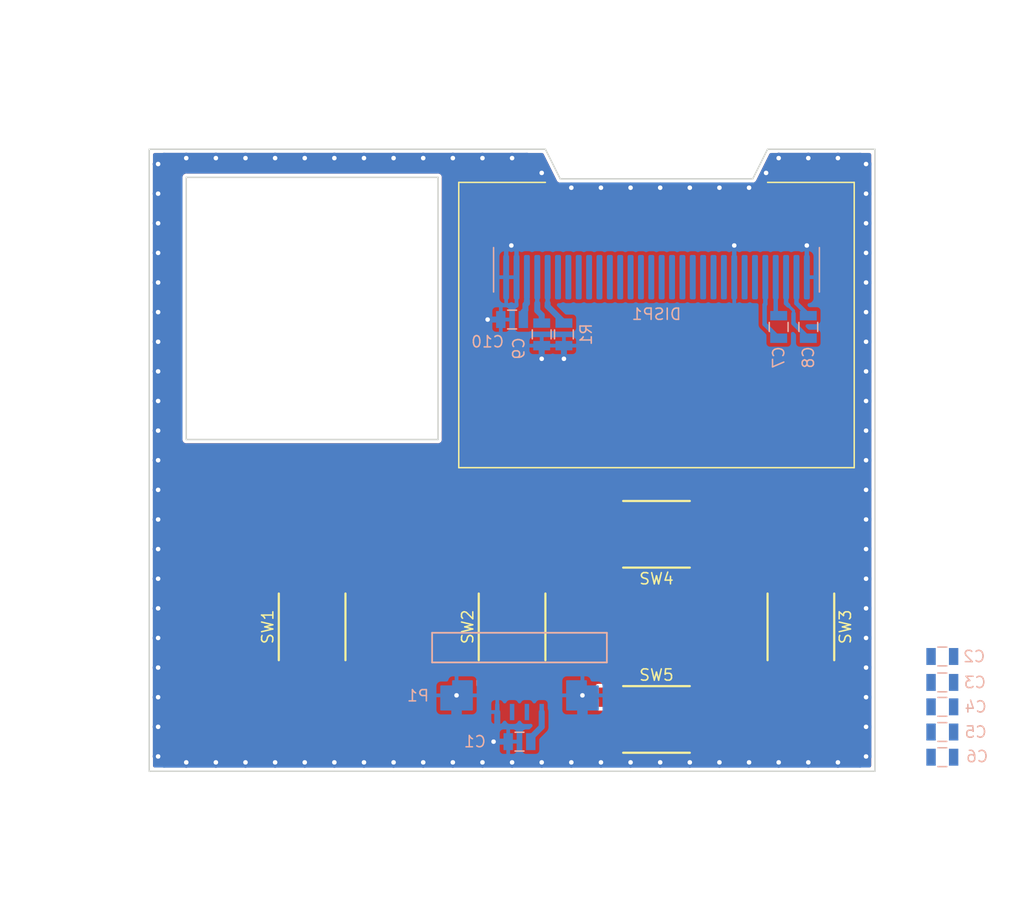
<source format=kicad_pcb>
(kicad_pcb (version 20211014) (generator pcbnew)
  (title_block (title "CowDIN button and display module for ESP32 (3B)") (date "2022-06-10") (rev "1") (company "Agilack") (comment 1 "License: CC-by-SA"))
  (layers (0 "F.Cu" signal) (31 "B.Cu" signal) (34 "B.Paste" user) (35 "F.Paste" user) (36 "B.SilkS" user "B.Silkscreen") (37 "F.SilkS" user "F.Silkscreen") (38 "B.Mask" user) (39 "F.Mask" user) (44 "Edge.Cuts" user))
  (net 0 "")
  (net 1 "+3.3V")
  (net 4 "Net-(C10-Pad1)")
  (net 5 "GND")
  (net 6 "SW1")
  (net 7 "SW2")
  (net 8 "SW3")
  (net 9 "SW4")
  (net 10 "SW5")
  (net 11 "Net-(C7-Pad1)")
  (net 12 "Net-(C7-Pad2)")
  (net 13 "Net-(C8-Pad1)")
  (net 14 "Net-(C8-Pad2)")
  (net 34 "Net-(C9-Pad1)")
  (net 35 "Net-(DISP1-Pad26)")
  (footprint "cowdin-3c-esp-ui:SW_TSC015xx" (layer "F.Cu") (at 158.25 110)
    (fp_text reference "SW4" (at 0 3) (layer "F.SilkS") (effects (font (size 0.762 0.762) (thickness 0.1016))))
    (fp_text value "SW_PUSH")
    (fp_line (start -2.25 -2.25) (end 2.25 -2.25) (layer "F.SilkS") (width 0.15))
    (fp_line (start 2.25 2.25) (end -2.25 2.25) (layer "F.SilkS") (width 0.15))
    (pad "1" smd rect locked (at -3.1 -1.5) (size 1.6 1.3) (layers "F.Cu" "F.Paste" "F.Mask") (net 5 "GND"))
    (pad "1" smd rect locked (at 3.1 -1.5) (size 1.6 1.3) (layers "F.Cu" "F.Paste" "F.Mask") (net 5 "GND"))
    (pad "2" smd rect locked (at -3.1 1.5) (size 1.6 1.3) (layers "F.Cu" "F.Paste" "F.Mask") (net 9 "SW4"))
    (pad "2" smd rect locked (at 3.1 1.5) (size 1.6 1.3) (layers "F.Cu" "F.Paste" "F.Mask") (net 9 "SW4"))
  )
  (footprint "cowdin-3c-esp-ui:SW_TSC015xx" (layer "F.Cu") (at 168 116.25 -90)
    (fp_text reference "SW3" (at 0 -3 90) (layer "F.SilkS") (effects (font (size 0.762 0.762) (thickness 0.1016))))
    (fp_text value "SW_PUSH")
    (fp_line (start 2.25 2.25) (end -2.25 2.25) (layer "F.SilkS") (width 0.15))
    (fp_line (start -2.25 -2.25) (end 2.25 -2.25) (layer "F.SilkS") (width 0.15))
    (pad "1" smd rect locked (at -3.1 -1.5 270) (size 1.6 1.3) (layers "F.Cu" "F.Paste" "F.Mask") (net 5 "GND"))
    (pad "1" smd rect locked (at 3.1 -1.5 270) (size 1.6 1.3) (layers "F.Cu" "F.Paste" "F.Mask") (net 5 "GND"))
    (pad "2" smd rect locked (at -3.1 1.5 270) (size 1.6 1.3) (layers "F.Cu" "F.Paste" "F.Mask") (net 8 "SW3"))
    (pad "2" smd rect locked (at 3.1 1.5 270) (size 1.6 1.3) (layers "F.Cu" "F.Paste" "F.Mask") (net 8 "SW3"))
  )
  (footprint "cowdin-3c-esp-ui:SW_TSC015xx" (layer "F.Cu") (at 135 116.25 90)
    (fp_text reference "SW1" (at 0 -3 90) (layer "F.SilkS") (effects (font (size 0.762 0.762) (thickness 0.1016))))
    (fp_text value "SW_PUSH")
    (fp_line (start 2.25 2.25) (end -2.25 2.25) (layer "F.SilkS") (width 0.15))
    (fp_line (start -2.25 -2.25) (end 2.25 -2.25) (layer "F.SilkS") (width 0.15))
    (pad "1" smd rect locked (at -3.1 -1.5 90) (size 1.6 1.3) (layers "F.Cu" "F.Paste" "F.Mask") (net 5 "GND"))
    (pad "1" smd rect locked (at 3.1 -1.5 90) (size 1.6 1.3) (layers "F.Cu" "F.Paste" "F.Mask") (net 5 "GND"))
    (pad "2" smd rect locked (at -3.1 1.5 90) (size 1.6 1.3) (layers "F.Cu" "F.Paste" "F.Mask") (net 6 "SW1"))
    (pad "2" smd rect locked (at 3.1 1.5 90) (size 1.6 1.3) (layers "F.Cu" "F.Paste" "F.Mask") (net 6 "SW1"))
  )
  (footprint "cowdin-3c-esp-ui:SW_TSC015xx" (layer "F.Cu") (at 148.5 116.25 90)
    (fp_text reference "SW2" (at 0 -3 90) (layer "F.SilkS") (effects (font (size 0.762 0.762) (thickness 0.1016))))
    (fp_text value "SW_PUSH")
    (fp_line (start -2.25 -2.25) (end 2.25 -2.25) (layer "F.SilkS") (width 0.15))
    (fp_line (start 2.25 2.25) (end -2.25 2.25) (layer "F.SilkS") (width 0.15))
    (pad "1" smd rect locked (at 3.1 -1.5 90) (size 1.6 1.3) (layers "F.Cu" "F.Paste" "F.Mask") (net 5 "GND"))
    (pad "1" smd rect locked (at -3.1 -1.5 90) (size 1.6 1.3) (layers "F.Cu" "F.Paste" "F.Mask") (net 5 "GND"))
    (pad "2" smd rect locked (at -3.1 1.5 90) (size 1.6 1.3) (layers "F.Cu" "F.Paste" "F.Mask") (net 7 "SW2"))
    (pad "2" smd rect locked (at 3.1 1.5 90) (size 1.6 1.3) (layers "F.Cu" "F.Paste" "F.Mask") (net 7 "SW2"))
  )
  (footprint "cowdin-3c-esp-ui:SW_TSC015xx" (layer "F.Cu") (at 158.25 122.5)
    (fp_text reference "SW5" (at 0 -3) (layer "F.SilkS") (effects (font (size 0.762 0.762) (thickness 0.1016))))
    (fp_text value "SW_PUSH")
    (fp_line (start 2.25 2.25) (end -2.25 2.25) (layer "F.SilkS") (width 0.15))
    (fp_line (start -2.25 -2.25) (end 2.25 -2.25) (layer "F.SilkS") (width 0.15))
    (pad "1" smd rect locked (at 3.1 -1.5) (size 1.6 1.3) (layers "F.Cu" "F.Paste" "F.Mask") (net 5 "GND"))
    (pad "1" smd rect locked (at -3.1 -1.5) (size 1.6 1.3) (layers "F.Cu" "F.Paste" "F.Mask") (net 5 "GND"))
    (pad "2" smd rect locked (at 3.1 1.5) (size 1.6 1.3) (layers "F.Cu" "F.Paste" "F.Mask") (net 10 "SW5"))
    (pad "2" smd rect locked (at -3.1 1.5) (size 1.6 1.3) (layers "F.Cu" "F.Paste" "F.Mask") (net 10 "SW5"))
  )
  (footprint "cowdin-3c-esp-ui:SMD0603" (layer "B.Cu") (at 150.5 96.5 -90)
    (fp_text reference "C9" (at 0.95 1.55 90) (layer "B.SilkS") (effects (font (size 0.762 0.762) (thickness 0.1016)) (justify mirror)))
    (fp_text value "2,2uF" hide)
    (fp_line (start -0.3 0.635) (end 0.3 0.635) (layer "B.SilkS") (width 0.1016))
    (fp_line (start 0.3 -0.635) (end -0.3 -0.635) (layer "B.SilkS") (width 0.1016))
    (pad "1" smd rect (at -0.762 0 270) (size 0.635 1.143) (layers "B.Cu" "B.Paste" "B.Mask") (net 34 "Net-(C9-Pad1)"))
    (pad "2" smd rect (at 0.762 0 270) (size 0.635 1.143) (layers "B.Cu" "B.Paste" "B.Mask") (net 5 "GND"))
  )
  (footprint "cowdin-3c-esp-ui:SMD0603" (layer "B.Cu") (at 177.55 118.25)
    (fp_text reference "C2" (at 2.15 0) (layer "B.SilkS") (effects (font (size 0.762 0.762) (thickness 0.1016)) (justify mirror)))
    (fp_text value "1uF" hide)
    (fp_line (start -0.3 0.635) (end 0.3 0.635) (layer "B.SilkS") (width 0.1016))
    (fp_line (start 0.3 -0.635) (end -0.3 -0.635) (layer "B.SilkS") (width 0.1016))
    (pad "1" smd rect (at -0.762 0) (size 0.635 1.143) (layers "B.Cu" "B.Paste" "B.Mask") (net 6 "SW1"))
    (pad "2" smd rect (at 0.762 0) (size 0.635 1.143) (layers "B.Cu" "B.Paste" "B.Mask") (net 5 "GND"))
  )
  (footprint "cowdin-3c-esp-ui:SMD0603" (layer "B.Cu") (at 177.55 120)
    (fp_text reference "C3" (at 2.2 0) (layer "B.SilkS") (effects (font (size 0.762 0.762) (thickness 0.1016)) (justify mirror)))
    (fp_text value "1uF" hide)
    (fp_line (start 0.3 -0.635) (end -0.3 -0.635) (layer "B.SilkS") (width 0.1016))
    (fp_line (start -0.3 0.635) (end 0.3 0.635) (layer "B.SilkS") (width 0.1016))
    (pad "1" smd rect (at -0.762 0) (size 0.635 1.143) (layers "B.Cu" "B.Paste" "B.Mask") (net 7 "SW2"))
    (pad "2" smd rect (at 0.762 0) (size 0.635 1.143) (layers "B.Cu" "B.Paste" "B.Mask") (net 5 "GND"))
  )
  (footprint "cowdin-3c-esp-ui:SMD0603" (layer "B.Cu") (at 166.5 96 -90)
    (fp_text reference "C7" (at 1.25 0 90) (layer "B.SilkS") (effects (font (size 0.762 0.762) (thickness 0.1016)) (justify left mirror)))
    (fp_text value "1uF" hide)
    (fp_line (start 0.3 -0.635) (end -0.3 -0.635) (layer "B.SilkS") (width 0.1016))
    (fp_line (start -0.3 0.635) (end 0.3 0.635) (layer "B.SilkS") (width 0.1016))
    (pad "1" smd rect (at -0.762 0 270) (size 0.635 1.143) (layers "B.Cu" "B.Paste" "B.Mask") (net 11 "Net-(C7-Pad1)"))
    (pad "2" smd rect (at 0.762 0 270) (size 0.635 1.143) (layers "B.Cu" "B.Paste" "B.Mask") (net 12 "Net-(C7-Pad2)"))
  )
  (footprint "cowdin-3c-esp-ui:CONN_F52R-04" (layer "B.Cu") (at 149 120)
    (fp_text reference "P1" (at -6.85 0.9 unlocked) (layer "B.SilkS") (effects (font (size 0.762 0.762) (thickness 0.1016)) (justify mirror)))
    (fp_text value "CONN_F52R-04")
    (fp_line (start -5.9 -1.35) (end 5.9 -1.35) (layer "B.SilkS") (width 0.12))
    (fp_line (start -5.9 -1.35) (end -5.9 -3.35) (layer "B.SilkS") (width 0.12))
    (fp_line (start 5.9 -3.35) (end 5.9 -1.35) (layer "B.SilkS") (width 0.12))
    (fp_line (start -5.9 -3.35) (end 5.9 -3.35) (layer "B.SilkS") (width 0.12))
    (pad "1" smd rect (at -1.5 2) (size 0.3 1.1) (layers "B.Cu" "B.Paste" "B.Mask") (net 5 "GND"))
    (pad "2" smd rect (at -0.5 2) (size 0.3 1.1) (layers "B.Cu" "B.Paste" "B.Mask"))
    (pad "3" smd rect (at 0.5 2) (size 0.3 1.1) (layers "B.Cu" "B.Paste" "B.Mask"))
    (pad "4" smd rect (at 1.5 2) (size 0.3 1.1) (layers "B.Cu" "B.Paste" "B.Mask") (net 1 "+3.3V"))
    (pad "FIX" smd custom (at -4.25 0.875) (size 0.3 1.1) (layers "B.Cu" "B.Paste" "B.Mask") (net 5 "GND") (options (clearance outline) (anchor rect)) (primitives (gr_poly (pts (xy 1.05 0.975) (xy -1.05 0.975) (xy -1.05 -0.625) (xy -0.25 -0.625) (xy -0.25 -0.975) (xy 1.05 -0.975)) (width 0.1) (fill yes))))
    (pad "FIX" smd custom (at 4.25 0.875) (size 0.3 1.1) (layers "B.Cu" "B.Paste" "B.Mask") (net 5 "GND") (options (clearance outline) (anchor rect)) (primitives (gr_poly (pts (xy 0.25 -0.625) (xy 1.05 -0.625) (xy 1.05 0.975) (xy -1.05 0.975) (xy -1.05 -0.975) (xy 0.25 -0.975)) (width 0.1) (fill yes))))
  )
  (footprint "cowdin-3c-esp-ui:SMD0603" (layer "B.Cu") (at 148.5 95.5 180)
    (fp_text reference "C10" (at 1.65 -1.5) (layer "B.SilkS") (effects (font (size 0.762 0.762) (thickness 0.1016)) (justify mirror)))
    (fp_text value "2,2uF" hide)
    (fp_line (start -0.3 0.635) (end 0.3 0.635) (layer "B.SilkS") (width 0.1016))
    (fp_line (start 0.3 -0.635) (end -0.3 -0.635) (layer "B.SilkS") (width 0.1016))
    (pad "1" smd rect (at -0.762 0 180) (size 0.635 1.143) (layers "B.Cu" "B.Paste" "B.Mask") (net 4 "Net-(C10-Pad1)"))
    (pad "2" smd rect (at 0.762 0 180) (size 0.635 1.143) (layers "B.Cu" "B.Paste" "B.Mask") (net 5 "GND"))
  )
  (footprint "cowdin-3c-esp-ui:SMD0603" (layer "B.Cu") (at 177.55 123.35)
    (fp_text reference "C5" (at 2.25 0) (layer "B.SilkS") (effects (font (size 0.762 0.762) (thickness 0.1016)) (justify mirror)))
    (fp_text value "1uF" hide)
    (fp_line (start 0.3 -0.635) (end -0.3 -0.635) (layer "B.SilkS") (width 0.1016))
    (fp_line (start -0.3 0.635) (end 0.3 0.635) (layer "B.SilkS") (width 0.1016))
    (pad "1" smd rect (at -0.762 0) (size 0.635 1.143) (layers "B.Cu" "B.Paste" "B.Mask") (net 9 "SW4"))
    (pad "2" smd rect (at 0.762 0) (size 0.635 1.143) (layers "B.Cu" "B.Paste" "B.Mask") (net 5 "GND"))
  )
  (footprint "cowdin-3c-esp-ui:SMD0603" (layer "B.Cu") (at 177.55 121.65)
    (fp_text reference "C4" (at 2.25 0) (layer "B.SilkS") (effects (font (size 0.762 0.762) (thickness 0.1016)) (justify mirror)))
    (fp_text value "1uF" hide)
    (fp_line (start -0.3 0.635) (end 0.3 0.635) (layer "B.SilkS") (width 0.1016))
    (fp_line (start 0.3 -0.635) (end -0.3 -0.635) (layer "B.SilkS") (width 0.1016))
    (pad "1" smd rect (at -0.762 0) (size 0.635 1.143) (layers "B.Cu" "B.Paste" "B.Mask") (net 8 "SW3"))
    (pad "2" smd rect (at 0.762 0) (size 0.635 1.143) (layers "B.Cu" "B.Paste" "B.Mask") (net 5 "GND"))
  )
  (footprint "cowdin-3c-esp-ui:DISP_EROL30" (layer "B.Cu") (at 158.25 91.64)
    (fp_text reference "DISP1" (at 0 3.5 unlocked) (layer "B.SilkS") (effects (font (size 0.762 0.762) (thickness 0.1016)) (justify mirror)))
    (fp_text value "ER-OLED0.96-1")
    (fp_line (start 11 2) (end 11 -1) (layer "B.SilkS") (width 0.1))
    (fp_line (start -11 2) (end -11 -1) (layer "B.SilkS") (width 0.1))
    (pad "1" smd roundrect locked (at 10.15 1) (size 0.4 3) (layers "B.Cu" "B.Paste" "B.Mask") (net 5 "GND"))
    (pad "2" smd roundrect locked (at 9.45 1) (size 0.4 3) (layers "B.Cu" "B.Paste" "B.Mask") (net 13 "Net-(C8-Pad1)"))
    (pad "3" smd roundrect locked (at 8.75 1) (size 0.4 3) (layers "B.Cu" "B.Paste" "B.Mask") (net 14 "Net-(C8-Pad2)"))
    (pad "4" smd roundrect locked (at 8.05 1) (size 0.4 3) (layers "B.Cu" "B.Paste" "B.Mask") (net 11 "Net-(C7-Pad1)"))
    (pad "5" smd roundrect locked (at 7.35 1) (size 0.4 3) (layers "B.Cu" "B.Paste" "B.Mask") (net 12 "Net-(C7-Pad2)"))
    (pad "6" smd roundrect locked (at 6.65 1) (size 0.4 3) (layers "B.Cu" "B.Paste" "B.Mask"))
    (pad "7" smd roundrect locked (at 5.95 1) (size 0.4 3) (layers "B.Cu" "B.Paste" "B.Mask"))
    (pad "8" smd roundrect locked (at 5.25 1) (size 0.4 3) (layers "B.Cu" "B.Paste" "B.Mask") (net 5 "GND"))
    (pad "9" smd roundrect locked (at 4.55 1) (size 0.4 3) (layers "B.Cu" "B.Paste" "B.Mask"))
    (pad "10" smd roundrect locked (at 3.85 1) (size 0.4 3) (layers "B.Cu" "B.Paste" "B.Mask"))
    (pad "11" smd roundrect locked (at 3.15 1) (size 0.4 3) (layers "B.Cu" "B.Paste" "B.Mask"))
    (pad "12" smd roundrect locked (at 2.45 1) (size 0.4 3) (layers "B.Cu" "B.Paste" "B.Mask"))
    (pad "13" smd roundrect locked (at 1.75 1) (size 0.4 3) (layers "B.Cu" "B.Paste" "B.Mask"))
    (pad "14" smd roundrect locked (at 1.05 1) (size 0.4 3) (layers "B.Cu" "B.Paste" "B.Mask"))
    (pad "15" smd roundrect locked (at 0.35 1) (size 0.4 3) (layers "B.Cu" "B.Paste" "B.Mask"))
    (pad "16" smd roundrect locked (at -0.35 1) (size 0.4 3) (layers "B.Cu" "B.Paste" "B.Mask"))
    (pad "17" smd roundrect locked (at -1.05 1) (size 0.4 3) (layers "B.Cu" "B.Paste" "B.Mask"))
    (pad "18" smd roundrect locked (at -1.75 1) (size 0.4 3) (layers "B.Cu" "B.Paste" "B.Mask"))
    (pad "19" smd roundrect locked (at -2.45 1) (size 0.4 3) (layers "B.Cu" "B.Paste" "B.Mask"))
    (pad "20" smd roundrect locked (at -3.15 1) (size 0.4 3) (layers "B.Cu" "B.Paste" "B.Mask"))
    (pad "21" smd roundrect locked (at -3.85 1) (size 0.4 3) (layers "B.Cu" "B.Paste" "B.Mask"))
    (pad "22" smd roundrect locked (at -4.55 1) (size 0.4 3) (layers "B.Cu" "B.Paste" "B.Mask"))
    (pad "23" smd roundrect locked (at -5.25 1) (size 0.4 3) (layers "B.Cu" "B.Paste" "B.Mask"))
    (pad "24" smd roundrect locked (at -5.95 1) (size 0.4 3) (layers "B.Cu" "B.Paste" "B.Mask"))
    (pad "25" smd roundrect locked (at -6.65 1) (size 0.4 3) (layers "B.Cu" "B.Paste" "B.Mask"))
    (pad "26" smd roundrect locked (at -7.35 1) (size 0.4 3) (layers "B.Cu" "B.Paste" "B.Mask") (net 35 "Net-(DISP1-Pad26)"))
    (pad "27" smd roundrect locked (at -8.05 1) (size 0.4 3) (layers "B.Cu" "B.Paste" "B.Mask") (net 34 "Net-(C9-Pad1)"))
    (pad "28" smd roundrect locked (at -8.75 1) (size 0.4 3) (layers "B.Cu" "B.Paste" "B.Mask") (net 4 "Net-(C10-Pad1)"))
    (pad "29" smd roundrect locked (at -9.45 1) (size 0.4 3) (layers "B.Cu" "B.Paste" "B.Mask") (net 5 "GND"))
    (pad "30" smd roundrect locked (at -10.15 1) (size 0.4 3) (layers "B.Cu" "B.Paste" "B.Mask") (net 5 "GND"))
  )
  (footprint "cowdin-3c-esp-ui:SMD0603" (layer "B.Cu") (at 168.5 96 -90)
    (fp_text reference "C8" (at 1.25 0 90) (layer "B.SilkS") (effects (font (size 0.762 0.762) (thickness 0.1016)) (justify left mirror)))
    (fp_text value "1uF" hide)
    (fp_line (start 0.3 -0.635) (end -0.3 -0.635) (layer "B.SilkS") (width 0.1016))
    (fp_line (start -0.3 0.635) (end 0.3 0.635) (layer "B.SilkS") (width 0.1016))
    (pad "1" smd rect (at -0.762 0 270) (size 0.635 1.143) (layers "B.Cu" "B.Paste" "B.Mask") (net 13 "Net-(C8-Pad1)"))
    (pad "2" smd rect (at 0.762 0 270) (size 0.635 1.143) (layers "B.Cu" "B.Paste" "B.Mask") (net 14 "Net-(C8-Pad2)"))
  )
  (footprint "cowdin-3c-esp-ui:SMD0603" (layer "B.Cu") (at 177.55 125.05)
    (fp_text reference "C6" (at 2.35 -0.05) (layer "B.SilkS") (effects (font (size 0.762 0.762) (thickness 0.1016)) (justify mirror)))
    (fp_text value "1uF" hide)
    (fp_line (start 0.3 -0.635) (end -0.3 -0.635) (layer "B.SilkS") (width 0.1016))
    (fp_line (start -0.3 0.635) (end 0.3 0.635) (layer "B.SilkS") (width 0.1016))
    (pad "1" smd rect (at -0.762 0) (size 0.635 1.143) (layers "B.Cu" "B.Paste" "B.Mask") (net 10 "SW5"))
    (pad "2" smd rect (at 0.762 0) (size 0.635 1.143) (layers "B.Cu" "B.Paste" "B.Mask") (net 5 "GND"))
  )
  (footprint "cowdin-3c-esp-ui:SMD0603" (layer "B.Cu") (at 152 96.5 -90)
    (fp_text reference "R1" (at 0 -1.5 90) (layer "B.SilkS") (effects (font (size 0.762 0.762) (thickness 0.1016)) (justify mirror)))
    (fp_text value "560k" hide)
    (fp_line (start -0.3 0.635) (end 0.3 0.635) (layer "B.SilkS") (width 0.1016))
    (fp_line (start 0.3 -0.635) (end -0.3 -0.635) (layer "B.SilkS") (width 0.1016))
    (pad "1" smd rect (at -0.762 0 270) (size 0.635 1.143) (layers "B.Cu" "B.Paste" "B.Mask") (net 35 "Net-(DISP1-Pad26)"))
    (pad "2" smd rect (at 0.762 0 270) (size 0.635 1.143) (layers "B.Cu" "B.Paste" "B.Mask") (net 5 "GND"))
  )
  (footprint "cowdin-3c-esp-ui:SMD0603" (layer "B.Cu") (at 149 124 180)
    (fp_text reference "C1" (at 2.2 0) (layer "B.SilkS") (effects (font (size 0.762 0.762) (thickness 0.1016)) (justify left mirror)))
    (fp_text value "1uF" hide)
    (fp_line (start -0.3 0.635) (end 0.3 0.635) (layer "B.SilkS") (width 0.1016))
    (fp_line (start 0.3 -0.635) (end -0.3 -0.635) (layer "B.SilkS") (width 0.1016))
    (pad "1" smd rect (at -0.762 0 180) (size 0.635 1.143) (layers "B.Cu" "B.Paste" "B.Mask") (net 1 "+3.3V"))
    (pad "2" smd rect (at 0.762 0 180) (size 0.635 1.143) (layers "B.Cu" "B.Paste" "B.Mask") (net 5 "GND"))
  )
  (gr_line (start 144.9 86.24) (end 144.9 105.5) (layer "F.SilkS") (width 0.1))
  (gr_line (start 144.9 105.5) (end 171.6 105.5) (layer "F.SilkS") (width 0.1))
  (gr_line (start 171.6 86.24) (end 165.75 86.24) (layer "F.SilkS") (width 0.1))
  (gr_line (start 171.6 86.24) (end 171.6 105.5) (layer "F.SilkS") (width 0.1))
  (gr_line (start 144.9 86.24) (end 150.75 86.24) (layer "F.SilkS") (width 0.1))
  (gr_line (start 143.5 85.9) (end 143.5 103.6) (layer "Edge.Cuts") (width 0.1))
  (gr_line (start 126.5 103.6) (end 126.5 85.9) (layer "Edge.Cuts") (width 0.1))
  (gr_line (start 151.75 86) (end 150.75 84) (layer "Edge.Cuts") (width 0.1))
  (gr_line (start 173 126) (end 124 126) (layer "Edge.Cuts") (width 0.1))
  (gr_line (start 143.5 103.6) (end 126.5 103.6) (layer "Edge.Cuts") (width 0.1))
  (gr_line (start 165.75 84) (end 173 84) (layer "Edge.Cuts") (width 0.1))
  (gr_line (start 164.75 86) (end 165.75 84) (layer "Edge.Cuts") (width 0.1))
  (gr_line (start 151.75 86) (end 164.75 86) (layer "Edge.Cuts") (width 0.1))
  (gr_line (start 124 126) (end 124 84) (layer "Edge.Cuts") (width 0.1))
  (gr_line (start 126.5 85.9) (end 143.5 85.9) (layer "Edge.Cuts") (width 0.1))
  (gr_line (start 173 84) (end 173 126) (layer "Edge.Cuts") (width 0.1))
  (gr_line (start 124 84) (end 150.75 84) (layer "Edge.Cuts") (width 0.1))
  (segment (start 150.5 123) (end 150.5 122) (width 0.4064) (layer "B.Cu") (net 1))
  (segment (start 149.762 123.738) (end 150.5 123) (width 0.4064) (layer "B.Cu") (net 1))
  (segment (start 149.762 124) (end 149.762 123.738) (width 0.4064) (layer "B.Cu") (net 1))
  (segment (start 149.4 94.85) (end 149.4 94.5) (width 0.4064) (layer "B.Cu") (net 4))
  (segment (start 149.262 94.988) (end 149.4 94.85) (width 0.4064) (layer "B.Cu") (net 4))
  (segment (start 149.5 92.64) (end 149.5 94.2) (width 0.30448) (layer "B.Cu") (net 4))
  (segment (start 149.262 95.5) (end 149.262 94.988) (width 0.4064) (layer "B.Cu") (net 4))
  (segment (start 149.4 94.5) (end 149.5 94.4) (width 0.4064) (layer "B.Cu") (net 4))
  (segment (start 149.5 94.4) (end 149.5 94.2) (width 0.4064) (layer "B.Cu") (net 4))
  (via (at 124.6 117) (size 0.7112) (drill 0.3048) (layers "F.Cu" "B.Cu") (net 5))
  (via (at 166.5 125.4) (size 0.7112) (drill 0.3048) (layers "F.Cu" "B.Cu") (net 5))
  (via (at 152.5 125.4) (size 0.7112) (drill 0.3048) (layers "F.Cu" "B.Cu") (net 5))
  (via (at 144.75 120.875) (size 0.7112) (drill 0.3048) (layers "F.Cu" "B.Cu") (net 5))
  (via (at 168.4 90.5) (size 0.7112) (drill 0.3048) (layers "F.Cu" "B.Cu") (net 5))
  (via (at 124.6 103) (size 0.7112) (drill 0.3048) (layers "F.Cu" "B.Cu") (net 5))
  (via (at 140.5 125.4) (size 0.7112) (drill 0.3048) (layers "F.Cu" "B.Cu") (net 5))
  (via (at 148.5 84.6) (size 0.7112) (drill 0.3048) (layers "F.Cu" "B.Cu") (net 5))
  (via (at 172.4 87) (size 0.7112) (drill 0.3048) (layers "F.Cu" "B.Cu") (net 5))
  (via (at 168.5 125.4) (size 0.7112) (drill 0.3048) (layers "F.Cu" "B.Cu") (net 5))
  (via (at 160.5 86.6) (size 0.7112) (drill 0.3048) (layers "F.Cu" "B.Cu") (net 5))
  (via (at 172.4 121) (size 0.7112) (drill 0.3048) (layers "F.Cu" "B.Cu") (net 5))
  (via (at 124.6 115) (size 0.7112) (drill 0.3048) (layers "F.Cu" "B.Cu") (net 5))
  (via (at 136.5 125.4) (size 0.7112) (drill 0.3048) (layers "F.Cu" "B.Cu") (net 5))
  (via (at 126.5 84.6) (size 0.7112) (drill 0.3048) (layers "F.Cu" "B.Cu") (net 5))
  (via (at 124.6 99) (size 0.7112) (drill 0.3048) (layers "F.Cu" "B.Cu") (net 5))
  (via (at 128.5 125.4) (size 0.7112) (drill 0.3048) (layers "F.Cu" "B.Cu") (net 5))
  (via (at 136.5 84.6) (size 0.7112) (drill 0.3048) (layers "F.Cu" "B.Cu") (net 5))
  (via (at 172.4 99) (size 0.7112) (drill 0.3048) (layers "F.Cu" "B.Cu") (net 5))
  (via (at 150.5 98.15) (size 0.7112) (drill 0.3048) (layers "F.Cu" "B.Cu") (net 5))
  (via (at 158.5 125.4) (size 0.7112) (drill 0.3048) (layers "F.Cu" "B.Cu") (net 5))
  (via (at 172.4 91) (size 0.7112) (drill 0.3048) (layers "F.Cu" "B.Cu") (net 5))
  (via (at 172.4 93) (size 0.7112) (drill 0.3048) (layers "F.Cu" "B.Cu") (net 5))
  (via (at 162.5 125.4) (size 0.7112) (drill 0.3048) (layers "F.Cu" "B.Cu") (net 5))
  (via (at 172.4 107) (size 0.7112) (drill 0.3048) (layers "F.Cu" "B.Cu") (net 5))
  (via (at 144.5 125.4) (size 0.7112) (drill 0.3048) (layers "F.Cu" "B.Cu") (net 5))
  (via (at 156.5 125.4) (size 0.7112) (drill 0.3048) (layers "F.Cu" "B.Cu") (net 5))
  (via (at 172.4 109) (size 0.7112) (drill 0.3048) (layers "F.Cu" "B.Cu") (net 5))
  (via (at 124.6 95) (size 0.7112) (drill 0.3048) (layers "F.Cu" "B.Cu") (net 5))
  (via (at 142.5 84.6) (size 0.7112) (drill 0.3048) (layers "F.Cu" "B.Cu") (net 5))
  (via (at 172.4 97) (size 0.7112) (drill 0.3048) (layers "F.Cu" "B.Cu") (net 5))
  (via (at 152.5 86.6) (size 0.7112) (drill 0.3048) (layers "F.Cu" "B.Cu") (net 5))
  (via (at 148.5 125.4) (size 0.7112) (drill 0.3048) (layers "F.Cu" "B.Cu") (net 5))
  (via (at 132.5 125.4) (size 0.7112) (drill 0.3048) (layers "F.Cu" "B.Cu") (net 5))
  (via (at 124.6 89) (size 0.7112) (drill 0.3048) (layers "F.Cu" "B.Cu") (net 5))
  (via (at 150.5 125.4) (size 0.7112) (drill 0.3048) (layers "F.Cu" "B.Cu") (net 5))
  (via (at 138.5 125.4) (size 0.7112) (drill 0.3048) (layers "F.Cu" "B.Cu") (net 5))
  (via (at 168.5 84.6) (size 0.7112) (drill 0.3048) (layers "F.Cu" "B.Cu") (net 5))
  (via (at 146.5 125.4) (size 0.7112) (drill 0.3048) (layers "F.Cu" "B.Cu") (net 5))
  (via (at 156.5 86.6) (size 0.7112) (drill 0.3048) (layers "F.Cu" "B.Cu") (net 5))
  (via (at 170.5 125.4) (size 0.7112) (drill 0.3048) (layers "F.Cu" "B.Cu") (net 5))
  (via (at 146.85 95.5) (size 0.7112) (drill 0.3048) (layers "F.Cu" "B.Cu") (net 5))
  (via (at 172.4 113) (size 0.7112) (drill 0.3048) (layers "F.Cu" "B.Cu") (net 5))
  (via (at 130.5 125.4) (size 0.7112) (drill 0.3048) (layers "F.Cu" "B.Cu") (net 5))
  (via (at 153.25 120.875) (size 0.7112) (drill 0.3048) (layers "F.Cu" "B.Cu") (net 5))
  (via (at 144.5 84.6) (size 0.7112) (drill 0.3048) (layers "F.Cu" "B.Cu") (net 5))
  (via (at 138.5 84.6) (size 0.7112) (drill 0.3048) (layers "F.Cu" "B.Cu") (net 5))
  (via (at 147.25 124) (size 0.7112) (drill 0.3048) (layers "F.Cu" "B.Cu") (net 5))
  (via (at 124.6 87) (size 0.7112) (drill 0.3048) (layers "F.Cu" "B.Cu") (net 5))
  (via (at 124.6 113) (size 0.7112) (drill 0.3048) (layers "F.Cu" "B.Cu") (net 5))
  (via (at 172.4 123) (size 0.7112) (drill 0.3048) (layers "F.Cu" "B.Cu") (net 5))
  (via (at 124.6 107) (size 0.7112) (drill 0.3048) (layers "F.Cu" "B.Cu") (net 5))
  (via (at 172.4 105) (size 0.7112) (drill 0.3048) (layers "F.Cu" "B.Cu") (net 5))
  (via (at 160.5 125.4) (size 0.7112) (drill 0.3048) (layers "F.Cu" "B.Cu") (net 5))
  (via (at 124.6 121) (size 0.7112) (drill 0.3048) (layers "F.Cu" "B.Cu") (net 5))
  (via (at 124.6 119) (size 0.7112) (drill 0.3048) (layers "F.Cu" "B.Cu") (net 5))
  (via (at 172.4 95) (size 0.7112) (drill 0.3048) (layers "F.Cu" "B.Cu") (net 5))
  (via (at 146.5 84.6) (size 0.7112) (drill 0.3048) (layers "F.Cu" "B.Cu") (net 5))
  (via (at 124.6 97) (size 0.7112) (drill 0.3048) (layers "F.Cu" "B.Cu") (net 5))
  (via (at 124.6 91) (size 0.7112) (drill 0.3048) (layers "F.Cu" "B.Cu") (net 5))
  (via (at 172.4 125) (size 0.7112) (drill 0.3048) (layers "F.Cu" "B.Cu") (net 5))
  (via (at 130.5 84.6) (size 0.7112) (drill 0.3048) (layers "F.Cu" "B.Cu") (net 5))
  (via (at 164.5 125.4) (size 0.7112) (drill 0.3048) (layers "F.Cu" "B.Cu") (net 5))
  (via (at 124.6 125) (size 0.7112) (drill 0.3048) (layers "F.Cu" "B.Cu") (net 5))
  (via (at 140.5 84.6) (size 0.7112) (drill 0.3048) (layers "F.Cu" "B.Cu") (net 5))
  (via (at 172.4 115) (size 0.7112) (drill 0.3048) (layers "F.Cu" "B.Cu") (net 5))
  (via (at 163.5 90.5) (size 0.7112) (drill 0.3048) (layers "F.Cu" "B.Cu") (net 5))
  (via (at 124.6 109) (size 0.7112) (drill 0.3048) (layers "F.Cu" "B.Cu") (net 5))
  (via (at 164.5 86.6) (size 0.7112) (drill 0.3048) (layers "F.Cu" "B.Cu") (net 5))
  (via (at 172.4 117) (size 0.7112) (drill 0.3048) (layers "F.Cu" "B.Cu") (net 5))
  (via (at 124.6 111) (size 0.7112) (drill 0.3048) (layers "F.Cu" "B.Cu") (net 5))
  (via (at 170.5 84.6) (size 0.7112) (drill 0.3048) (layers "F.Cu" "B.Cu") (net 5))
  (via (at 154.5 125.4) (size 0.7112) (drill 0.3048) (layers "F.Cu" "B.Cu") (net 5))
  (via (at 162.5 86.6) (size 0.7112) (drill 0.3048) (layers "F.Cu" "B.Cu") (net 5))
  (via (at 124.6 93) (size 0.7112) (drill 0.3048) (layers "F.Cu" "B.Cu") (net 5))
  (via (at 150.5 85.6) (size 0.7112) (drill 0.3048) (layers "F.Cu" "B.Cu") (net 5))
  (via (at 124.6 105) (size 0.7112) (drill 0.3048) (layers "F.Cu" "B.Cu") (net 5))
  (via (at 165.65 85.6) (size 0.7112) (drill 0.3048) (layers "F.Cu" "B.Cu") (net 5))
  (via (at 134.5 125.4) (size 0.7112) (drill 0.3048) (layers "F.Cu" "B.Cu") (net 5))
  (via (at 166.5 84.6) (size 0.7112) (drill 0.3048) (layers "F.Cu" "B.Cu") (net 5))
  (via (at 154.5 86.6) (size 0.7112) (drill 0.3048) (layers "F.Cu" "B.Cu") (net 5))
  (via (at 172.4 85) (size 0.7112) (drill 0.3048) (layers "F.Cu" "B.Cu") (net 5))
  (via (at 148.45 90.5) (size 0.7112) (drill 0.3048) (layers "F.Cu" "B.Cu") (net 5))
  (via (at 158.5 86.6) (size 0.7112) (drill 0.3048) (layers "F.Cu" "B.Cu") (net 5))
  (via (at 172.4 111) (size 0.7112) (drill 0.3048) (layers "F.Cu" "B.Cu") (net 5))
  (via (at 124.6 85) (size 0.7112) (drill 0.3048) (layers "F.Cu" "B.Cu") (net 5))
  (via (at 124.6 123) (size 0.7112) (drill 0.3048) (layers "F.Cu" "B.Cu") (net 5))
  (via (at 172.4 119) (size 0.7112) (drill 0.3048) (layers "F.Cu" "B.Cu") (net 5))
  (via (at 124.6 101) (size 0.7112) (drill 0.3048) (layers "F.Cu" "B.Cu") (net 5))
  (via (at 126.5 125.4) (size 0.7112) (drill 0.3048) (layers "F.Cu" "B.Cu") (net 5))
  (via (at 172.4 103) (size 0.7112) (drill 0.3048) (layers "F.Cu" "B.Cu") (net 5))
  (via (at 132.5 84.6) (size 0.7112) (drill 0.3048) (layers "F.Cu" "B.Cu") (net 5))
  (via (at 142.5 125.4) (size 0.7112) (drill 0.3048) (layers "F.Cu" "B.Cu") (net 5))
  (via (at 128.5 84.6) (size 0.7112) (drill 0.3048) (layers "F.Cu" "B.Cu") (net 5))
  (via (at 134.5 84.6) (size 0.7112) (drill 0.3048) (layers "F.Cu" "B.Cu") (net 5))
  (via (at 172.4 89) (size 0.7112) (drill 0.3048) (layers "F.Cu" "B.Cu") (net 5))
  (via (at 152 98.15) (size 0.7112) (drill 0.3048) (layers "F.Cu" "B.Cu") (net 5))
  (via (at 172.4 101) (size 0.7112) (drill 0.3048) (layers "F.Cu" "B.Cu") (net 5))
  (segment (start 148.5 125.4) (end 150.5 125.4) (width 0.7112) (layer "B.Cu") (net 5))
  (segment (start 168.5 125.4) (end 170.5 125.4) (width 0.7112) (layer "B.Cu") (net 5))
  (segment (start 168.4 92.64) (end 168.4 90.5) (width 0.30448) (layer "B.Cu") (net 5))
  (segment (start 153.25 124.175) (end 152.5 124.925) (width 0.30448) (layer "B.Cu") (net 5))
  (segment (start 147.5 122.85) (end 147.25 123.1) (width 0.4064) (layer "B.Cu") (net 5))
  (segment (start 152.5 125.4) (end 154.5 125.4) (width 0.7112) (layer "B.Cu") (net 5))
  (segment (start 147.5 122) (end 147.5 122.85) (width 0.4064) (layer "B.Cu") (net 5))
  (segment (start 172.4 85) (end 172 84.6) (width 0.7112) (layer "B.Cu") (net 5))
  (segment (start 124.6 85) (end 125 84.6) (width 0.7112) (layer "B.Cu") (net 5))
  (segment (start 172.4 113) (end 172.4 111) (width 0.7112) (layer "B.Cu") (net 5))
  (segment (start 166.5 84.6) (end 165.95 85.15) (width 0.7112) (layer "B.Cu") (net 5))
  (segment (start 168.5 84.6) (end 166.5 84.6) (width 0.7112) (layer "B.Cu") (net 5))
  (segment (start 156.5 86.6) (end 154.5 86.6) (width 0.7112) (layer "B.Cu") (net 5))
  (segment (start 172.4 105) (end 172.4 103) (width 0.7112) (layer "B.Cu") (net 5))
  (segment (start 142.5 125.4) (end 140.5 125.4) (width 0.7112) (layer "B.Cu") (net 5))
  (segment (start 124.6 89) (end 124.6 87) (width 0.7112) (layer "B.Cu") (net 5))
  (segment (start 144.75 122.875) (end 144.75 124.175) (width 0.30448) (layer "B.Cu") (net 5))
  (segment (start 124.6 117) (end 124.6 115) (width 0.7112) (layer "B.Cu") (net 5))
  (segment (start 147.738 95.5) (end 146.85 95.5) (width 0.4064) (layer "B.Cu") (net 5))
  (segment (start 158.5 125.4) (end 160.5 125.4) (width 0.7112) (layer "B.Cu") (net 5))
  (segment (start 158.5 86.6) (end 156.5 86.6) (width 0.7112) (layer "B.Cu") (net 5))
  (segment (start 124.6 93) (end 124.6 91) (width 0.7112) (layer "B.Cu") (net 5))
  (segment (start 154.5 86.6) (end 152.5 86.6) (width 0.7112) (layer "B.Cu") (net 5))
  (segment (start 162.5 86.6) (end 162.5 88.35) (width 0.30448) (layer "B.Cu") (net 5))
  (segment (start 147.25 123.1) (end 147.25 124) (width 0.4064) (layer "B.Cu") (net 5))
  (segment (start 172.4 89) (end 169.9 89) (width 0.30448) (layer "B.Cu") (net 5))
  (segment (start 124.6 95) (end 124.6 93) (width 0.7112) (layer "B.Cu") (net 5))
  (segment (start 163.5 92.64) (end 163.5 90.5) (width 0.30448) (layer "B.Cu") (net 5))
  (segment (start 148.8 90.85) (end 148.45 90.5) (width 0.30448) (layer "B.Cu") (net 5))
  (segment (start 170.5 125.4) (end 172 125.4) (width 0.7112) (layer "B.Cu") (net 5))
  (segment (start 148.5 125.4) (end 146.5 125.4) (width 0.7112) (layer "B.Cu") (net 5))
  (segment (start 152.5 124.925) (end 152.5 125.4) (width 0.30448) (layer "B.Cu") (net 5))
  (segment (start 172.4 97) (end 172.4 95) (width 0.7112) (layer "B.Cu") (net 5))
  (segment (start 136.5 125.4) (end 134.5 125.4) (width 0.7112) (layer "B.Cu") (net 5))
  (segment (start 130.5 125.4) (end 128.5 125.4) (width 0.7112) (layer "B.Cu") (net 5))
  (segment (start 124.6 91) (end 124.6 89) (width 0.7112) (layer "B.Cu") (net 5))
  (segment (start 144.75 120.875) (end 144.75 122.875) (width 0.7112) (layer "B.Cu") (net 5))
  (segment (start 172.4 125) (end 172.4 123) (width 0.7112) (layer "B.Cu") (net 5))
  (segment (start 162.5 88.35) (end 163.5 89.35) (width 0.30448) (layer "B.Cu") (net 5))
  (segment (start 124.6 97) (end 124.6 95) (width 0.7112) (layer "B.Cu") (net 5))
  (segment (start 162.5 125.4) (end 164.5 125.4) (width 0.7112) (layer "B.Cu") (net 5))
  (segment (start 172.4 99) (end 172.4 97) (width 0.7112) (layer "B.Cu") (net 5))
  (segment (start 153.25 120.875) (end 153.25 122.875) (width 0.7112) (layer "B.Cu") (net 5))
  (segment (start 165 86.6) (end 165.65 85.95) (width 0.7112) (layer "B.Cu") (net 5))
  (segment (start 128.5 84.6) (end 130.5 84.6) (width 0.7112) (layer "B.Cu") (net 5))
  (segment (start 160.5 86.6) (end 158.5 86.6) (width 0.7112) (layer "B.Cu") (net 5))
  (segment (start 126.5 84.6) (end 128.5 84.6) (width 0.7112) (layer "B.Cu") (net 5))
  (segment (start 172.4 109) (end 172.4 107) (width 0.7112) (layer "B.Cu") (net 5))
  (segment (start 124.6 99) (end 124.6 97) (width 0.7112) (layer "B.Cu") (net 5))
  (segment (start 172 84.6) (end 170.5 84.6) (width 0.7112) (layer "B.Cu") (net 5))
  (segment (start 124.6 107) (end 124.6 105) (width 0.7112) (layer "B.Cu") (net 5))
  (segment (start 148.1 92.64) (end 148.1 90.85) (width 0.30448) (layer "B.Cu") (net 5))
  (segment (start 172.4 89) (end 172.4 87) (width 0.7112) (layer "B.Cu") (net 5))
  (segment (start 124.6 101) (end 124.6 99) (width 0.7112) (layer "B.Cu") (net 5))
  (segment (start 125 125.4) (end 124.6 125) (width 0.7112) (layer "B.Cu") (net 5))
  (segment (start 144.75 124.175) (end 144.5 124.425) (width 0.30448) (layer "B.Cu") (net 5))
  (segment (start 124.6 115) (end 124.6 113) (width 0.7112) (layer "B.Cu") (net 5))
  (segment (start 144.5 84.6) (end 146.5 84.6) (width 0.7112) (layer "B.Cu") (net 5))
  (segment (start 153.25 122.875) (end 153.25 124.175) (width 0.30448) (layer "B.Cu") (net 5))
  (segment (start 165.65 85.95) (end 165.65 85.6) (width 0.7112) (layer "B.Cu") (net 5))
  (segment (start 152 97.262) (end 152 98.15) (width 0.4064) (layer "B.Cu") (net 5))
  (segment (start 144.5 125.4) (end 142.5 125.4) (width 0.7112) (layer "B.Cu") (net 5))
  (segment (start 125 84.6) (end 126.5 84.6) (width 0.7112) (layer "B.Cu") (net 5))
  (segment (start 136.5 84.6) (end 138.5 84.6) (width 0.7112) (layer "B.Cu") (net 5))
  (segment (start 164.5 125.4) (end 166.5 125.4) (width 0.7112) (layer "B.Cu") (net 5))
  (segment (start 172.4 117) (end 172.4 115) (width 0.7112) (layer "B.Cu") (net 5))
  (segment (start 124.6 119) (end 124.6 117) (width 0.7112) (layer "B.Cu") (net 5))
  (segment (start 163.5 89.35) (end 163.5 90.5) (width 0.30448) (layer "B.Cu") (net 5))
  (segment (start 149.5 84.6) (end 150.5 85.6) (width 0.7112) (layer "B.Cu") (net 5))
  (segment (start 140.5 84.6) (end 142.5 84.6) (width 0.7112) (layer "B.Cu") (net 5))
  (segment (start 164.5 86.6) (end 165 86.6) (width 0.7112) (layer "B.Cu") (net 5))
  (segment (start 172.4 121) (end 172.4 119) (width 0.7112) (layer "B.Cu") (net 5))
  (segment (start 124.6 121) (end 124.6 119) (width 0.7112) (layer "B.Cu") (net 5))
  (segment (start 172.4 123) (end 172.4 121) (width 0.7112) (layer "B.Cu") (net 5))
  (segment (start 172.4 87) (end 172.4 85) (width 0.7112) (layer "B.Cu") (net 5))
  (segment (start 124.6 113) (end 124.6 111) (width 0.7112) (layer "B.Cu") (net 5))
  (segment (start 172.4 115) (end 172.4 113) (width 0.7112) (layer "B.Cu") (net 5))
  (segment (start 146.5 84.6) (end 148.5 84.6) (width 0.7112) (layer "B.Cu") (net 5))
  (segment (start 148.1 90.85) (end 148.45 90.5) (width 0.30448) (layer "B.Cu") (net 5))
  (segment (start 124.6 103) (end 124.6 101) (width 0.7112) (layer "B.Cu") (net 5))
  (segment (start 164.5 86.6) (end 162.5 86.6) (width 0.7112) (layer "B.Cu") (net 5))
  (segment (start 172.4 111) (end 172.4 109) (width 0.7112) (layer "B.Cu") (net 5))
  (segment (start 142.5 84.6) (end 144.5 84.6) (width 0.7112) (layer "B.Cu") (net 5))
  (segment (start 144.5 124.425) (end 144.5 125.4) (width 0.30448) (layer "B.Cu") (net 5))
  (segment (start 134.5 84.6) (end 136.5 84.6) (width 0.7112) (layer "B.Cu") (net 5))
  (segment (start 150.5 97.262) (end 150.5 98.15) (width 0.4064) (layer "B.Cu") (net 5))
  (segment (start 162.5 86.6) (end 160.5 86.6) (width 0.7112) (layer "B.Cu") (net 5))
  (segment (start 134.5 125.4) (end 132.5 125.4) (width 0.7112) (layer "B.Cu") (net 5))
  (segment (start 138.5 125.4) (end 136.5 125.4) (width 0.7112) (layer "B.Cu") (net 5))
  (segment (start 152.5 86.6) (end 151.05 86.6) (width 0.7112) (layer "B.Cu") (net 5))
  (segment (start 148.45 88.35) (end 148.45 90.5) (width 0.30448) (layer "B.Cu") (net 5))
  (segment (start 124.6 87) (end 124.6 85) (width 0.7112) (layer "B.Cu") (net 5))
  (segment (start 150.5 86.05) (end 150.5 85.6) (width 0.7112) (layer "B.Cu") (net 5))
  (segment (start 170.5 84.6) (end 168.5 84.6) (width 0.7112) (layer "B.Cu") (net 5))
  (segment (start 148.238 124) (end 147.25 124) (width 0.4064) (layer "B.Cu") (net 5))
  (segment (start 151.05 86.6) (end 150.5 86.05) (width 0.7112) (layer "B.Cu") (net 5))
  (segment (start 166.5 125.4) (end 168.5 125.4) (width 0.7112) (layer "B.Cu") (net 5))
  (segment (start 138.5 84.6) (end 140.5 84.6) (width 0.7112) (layer "B.Cu") (net 5))
  (segment (start 172.4 91) (end 172.4 89) (width 0.7112) (layer "B.Cu") (net 5))
  (segment (start 124.6 105) (end 124.6 103) (width 0.7112) (layer "B.Cu") (net 5))
  (segment (start 172.4 95) (end 172.4 93) (width 0.7112) (layer "B.Cu") (net 5))
  (segment (start 165.95 85.15) (end 165.95 85.3) (width 0.7112) (layer "B.Cu") (net 5))
  (segment (start 146.5 84.6) (end 146.5 86.4) (width 0.30448) (layer "B.Cu") (net 5))
  (segment (start 132.5 125.4) (end 130.5 125.4) (width 0.7112) (layer "B.Cu") (net 5))
  (segment (start 150.5 125.4) (end 152.5 125.4) (width 0.7112) (layer "B.Cu") (net 5))
  (segment (start 160.5 125.4) (end 162.5 125.4) (width 0.7112) (layer "B.Cu") (net 5))
  (segment (start 132.5 84.6) (end 134.5 84.6) (width 0.7112) (layer "B.Cu") (net 5))
  (segment (start 169.9 89) (end 168.4 90.5) (width 0.30448) (layer "B.Cu") (net 5))
  (segment (start 124.6 123) (end 124.6 121) (width 0.7112) (layer "B.Cu") (net 5))
  (segment (start 126.5 125.4) (end 125 125.4) (width 0.7112) (layer "B.Cu") (net 5))
  (segment (start 128.5 125.4) (end 126.5 125.4) (width 0.7112) (layer "B.Cu") (net 5))
  (segment (start 172.4 93) (end 172.4 91) (width 0.7112) (layer "B.Cu") (net 5))
  (segment (start 156.5 125.4) (end 158.5 125.4) (width 0.7112) (layer "B.Cu") (net 5))
  (segment (start 154.5 125.4) (end 156.5 125.4) (width 0.7112) (layer "B.Cu") (net 5))
  (segment (start 148.8 92.64) (end 148.8 90.85) (width 0.30448) (layer "B.Cu") (net 5))
  (segment (start 124.6 125) (end 124.6 123) (width 0.7112) (layer "B.Cu") (net 5))
  (segment (start 146.5 86.4) (end 148.45 88.35) (width 0.30448) (layer "B.Cu") (net 5))
  (segment (start 148.5 84.6) (end 149.5 84.6) (width 0.7112) (layer "B.Cu") (net 5))
  (segment (start 172.4 119) (end 172.4 117) (width 0.7112) (layer "B.Cu") (net 5))
  (segment (start 172.4 107) (end 172.4 105) (width 0.7112) (layer "B.Cu") (net 5))
  (segment (start 172.4 103) (end 172.4 101) (width 0.7112) (layer "B.Cu") (net 5))
  (segment (start 172.4 101) (end 172.4 99) (width 0.7112) (layer "B.Cu") (net 5))
  (segment (start 172 125.4) (end 172.4 125) (width 0.7112) (layer "B.Cu") (net 5))
  (segment (start 124.6 109) (end 124.6 107) (width 0.7112) (layer "B.Cu") (net 5))
  (segment (start 165.65 85.6) (end 165.95 85.3) (width 0.7112) (layer "B.Cu") (net 5))
  (segment (start 130.5 84.6) (end 132.5 84.6) (width 0.7112) (layer "B.Cu") (net 5))
  (segment (start 146.5 125.4) (end 144.5 125.4) (width 0.7112) (layer "B.Cu") (net 5))
  (segment (start 140.5 125.4) (end 138.5 125.4) (width 0.7112) (layer "B.Cu") (net 5))
  (segment (start 124.6 111) (end 124.6 109) (width 0.7112) (layer "B.Cu") (net 5))
  (segment (start 166.3 92.64) (end 166.3 95.188) (width 0.30448) (layer "B.Cu") (net 11))
  (segment (start 166.3 95.188) (end 166.25 95.238) (width 0.30448) (layer "B.Cu") (net 11))
  (segment (start 165.55 95.812) (end 166.5 96.762) (width 0.30448) (layer "B.Cu") (net 12))
  (segment (start 165.6 94.45) (end 165.55 94.5) (width 0.30448) (layer "B.Cu") (net 12))
  (segment (start 165.55 94.5) (end 165.55 95.812) (width 0.30448) (layer "B.Cu") (net 12))
  (segment (start 165.6 92.64) (end 165.6 94.45) (width 0.30448) (layer "B.Cu") (net 12))
  (segment (start 168.5 95.2) (end 168.25 94.95) (width 0.30448) (layer "B.Cu") (net 13))
  (segment (start 167.7 94.4) (end 168.25 94.95) (width 0.30448) (layer "B.Cu") (net 13))
  (segment (start 168.25 94.95) (end 168.25 95.238) (width 0.30448) (layer "B.Cu") (net 13))
  (segment (start 167.7 92.64) (end 167.7 94.4) (width 0.30448) (layer "B.Cu") (net 13))
  (segment (start 168.5 95.238) (end 168.5 95.2) (width 0.30448) (layer "B.Cu") (net 13))
  (segment (start 167 92.64) (end 167 94.4) (width 0.30448) (layer "B.Cu") (net 14))
  (segment (start 167.15 94.55) (end 167.5 94.9) (width 0.2032) (layer "B.Cu") (net 14))
  (segment (start 168.5 96.762) (end 168.512 96.762) (width 0.30448) (layer "B.Cu") (net 14))
  (segment (start 168.512 96.762) (end 167.5 95.75) (width 0.30448) (layer "B.Cu") (net 14))
  (segment (start 167.5 95.75) (end 167.5 95.1) (width 0.30448) (layer "B.Cu") (net 14))
  (segment (start 167.5 94.9) (end 167.5 95.1) (width 0.2032) (layer "B.Cu") (net 14))
  (segment (start 167 94.4) (end 167.15 94.55) (width 0.30448) (layer "B.Cu") (net 14))
  (segment (start 150.2 94.4) (end 150.2 92.64) (width 0.3048) (layer "B.Cu") (net 34))
  (segment (start 150.5 95.2) (end 150.2 94.9) (width 0.4064) (layer "B.Cu") (net 34))
  (segment (start 150.2 94.9) (end 150.2 94.4) (width 0.4064) (layer "B.Cu") (net 34))
  (segment (start 150.5 95.738) (end 150.5 95.2) (width 0.4064) (layer "B.Cu") (net 34))
  (segment (start 150.9 94.4) (end 150.9 92.64) (width 0.3048) (layer "B.Cu") (net 35))
  (segment (start 150.9 94.6) (end 150.9 94.4) (width 0.4064) (layer "B.Cu") (net 35))
  (segment (start 152 95.7) (end 150.9 94.6) (width 0.4064) (layer "B.Cu") (net 35))
  (segment (start 152 95.738) (end 152 95.7) (width 0.4064) (layer "B.Cu") (net 35))
  (zone (net 5) (net_name "GND") (layer "F.Cu") (connect_pads (clearance 0.254)) (min_thickness 0.254) (fill yes (thermal_gap 0.254) (thermal_bridge_width 0.254))
    (polygon (pts (xy 173 126) (xy 124 126) (xy 124 84) (xy 173 84)))
  )
  (zone (net 5) (net_name "GND") (layer "B.Cu") (connect_pads (clearance 0.254)) (min_thickness 0.254) (fill yes (thermal_gap 0.254) (thermal_bridge_width 0.254))
    (polygon (pts (xy 173 126) (xy 124 126) (xy 124 84) (xy 173 84)))
  )
)
</source>
